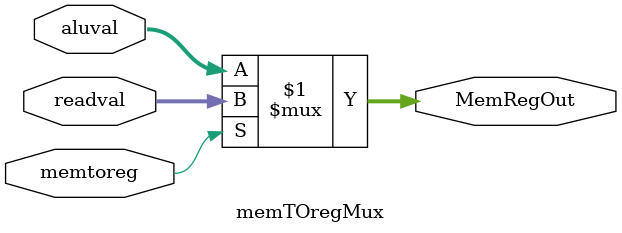
<source format=v>
module memTOregMux(
    input wire memtoreg,
    input wire [31:0] readval,
    input wire [31:0] aluval,
    output wire [31:0] MemRegOut
);
    assign MemRegOut = memtoreg ? readval : aluval;
endmodule

</source>
